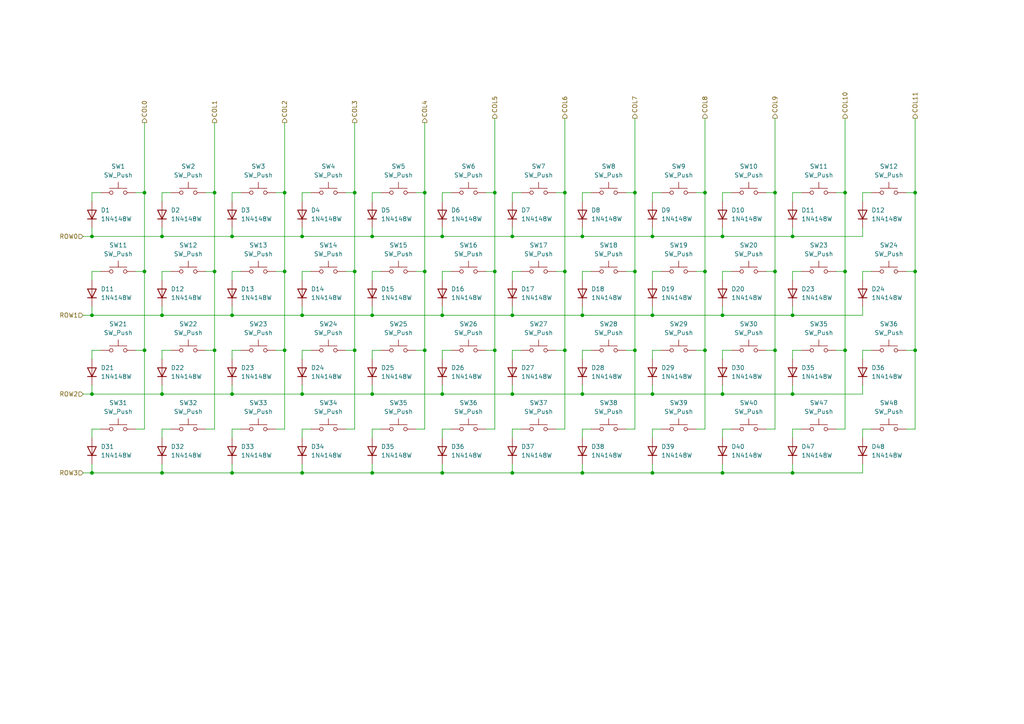
<source format=kicad_sch>
(kicad_sch (version 20231120) (generator "eeschema") (generator_version "8.0")
  (paper "A4")
  (junction (at 189.23 91.44))
  (junction (at 168.91 91.44))
  (junction (at 148.59 137.16))
  (junction (at 163.83 101.6))
  (junction (at 67.31 137.16))
  (junction (at 143.51 101.6))
  (junction (at 168.91 68.58))
  (junction (at 46.99 91.44))
  (junction (at 148.59 68.58))
  (junction (at 148.59 91.44))
  (junction (at 168.91 114.3))
  (junction (at 229.87 91.44))
  (junction (at 229.87 137.16))
  (junction (at 41.91 55.88))
  (junction (at 62.23 55.88))
  (junction (at 184.15 101.6))
  (junction (at 102.87 101.6))
  (junction (at 128.27 137.16))
  (junction (at 46.99 68.58))
  (junction (at 67.31 91.44))
  (junction (at 87.63 137.16))
  (junction (at 184.15 78.74))
  (junction (at 209.55 137.16))
  (junction (at 168.91 137.16))
  (junction (at 204.47 55.88))
  (junction (at 123.19 101.6))
  (junction (at 62.23 101.6))
  (junction (at 209.55 91.44))
  (junction (at 245.11 101.6))
  (junction (at 143.51 78.74))
  (junction (at 189.23 68.58))
  (junction (at 26.67 137.16))
  (junction (at 82.55 55.88))
  (junction (at 67.31 114.3))
  (junction (at 148.59 114.3))
  (junction (at 46.99 114.3))
  (junction (at 229.87 114.3))
  (junction (at 265.43 55.88))
  (junction (at 189.23 114.3))
  (junction (at 128.27 68.58))
  (junction (at 209.55 68.58))
  (junction (at 189.23 137.16))
  (junction (at 143.51 55.88))
  (junction (at 62.23 78.74))
  (junction (at 107.95 114.3))
  (junction (at 102.87 78.74))
  (junction (at 128.27 91.44))
  (junction (at 123.19 78.74))
  (junction (at 209.55 114.3))
  (junction (at 41.91 101.6))
  (junction (at 41.91 78.74))
  (junction (at 87.63 114.3))
  (junction (at 107.95 91.44))
  (junction (at 102.87 55.88))
  (junction (at 163.83 55.88))
  (junction (at 107.95 137.16))
  (junction (at 26.67 114.3))
  (junction (at 265.43 101.6))
  (junction (at 82.55 78.74))
  (junction (at 26.67 91.44))
  (junction (at 224.79 101.6))
  (junction (at 26.67 68.58))
  (junction (at 123.19 55.88))
  (junction (at 265.43 78.74))
  (junction (at 224.79 78.74))
  (junction (at 224.79 55.88))
  (junction (at 87.63 91.44))
  (junction (at 204.47 78.74))
  (junction (at 245.11 78.74))
  (junction (at 87.63 68.58))
  (junction (at 163.83 78.74))
  (junction (at 67.31 68.58))
  (junction (at 82.55 101.6))
  (junction (at 245.11 55.88))
  (junction (at 107.95 68.58))
  (junction (at 204.47 101.6))
  (junction (at 46.99 137.16))
  (junction (at 229.87 68.58))
  (junction (at 128.27 114.3))
  (junction (at 184.15 55.88))
  (wire (pts (xy 128.27 137.16) (xy 148.59 137.16)))
  (wire (pts (xy 107.95 55.88) (xy 107.95 58.42)))
  (wire (pts (xy 191.77 78.74) (xy 189.23 78.74)))
  (wire (pts (xy 82.55 101.6) (xy 82.55 78.74)))
  (wire (pts (xy 189.23 68.58) (xy 209.55 68.58)))
  (wire (pts (xy 39.37 55.88) (xy 41.91 55.88)))
  (wire (pts (xy 82.55 35.56) (xy 82.55 55.88)))
  (wire (pts (xy 161.29 55.88) (xy 163.83 55.88)))
  (wire (pts (xy 229.87 137.16) (xy 229.87 134.62)))
  (wire (pts (xy 49.53 101.6) (xy 46.99 101.6)))
  (wire (pts (xy 87.63 91.44) (xy 107.95 91.44)))
  (wire (pts (xy 212.09 78.74) (xy 209.55 78.74)))
  (wire (pts (xy 26.67 55.88) (xy 26.67 58.42)))
  (wire (pts (xy 110.49 78.74) (xy 107.95 78.74)))
  (wire (pts (xy 46.99 101.6) (xy 46.99 104.14)))
  (wire (pts (xy 229.87 114.3) (xy 250.19 114.3)))
  (wire (pts (xy 130.81 101.6) (xy 128.27 101.6)))
  (wire (pts (xy 242.57 101.6) (xy 245.11 101.6)))
  (wire (pts (xy 67.31 78.74) (xy 67.31 81.28)))
  (wire (pts (xy 209.55 91.44) (xy 229.87 91.44)))
  (wire (pts (xy 123.19 78.74) (xy 123.19 55.88)))
  (wire (pts (xy 67.31 91.44) (xy 87.63 91.44)))
  (wire (pts (xy 46.99 78.74) (xy 46.99 81.28)))
  (wire (pts (xy 250.19 101.6) (xy 250.19 104.14)))
  (wire (pts (xy 168.91 55.88) (xy 168.91 58.42)))
  (wire (pts (xy 262.89 55.88) (xy 265.43 55.88)))
  (wire (pts (xy 67.31 114.3) (xy 87.63 114.3)))
  (wire (pts (xy 41.91 78.74) (xy 41.91 101.6)))
  (wire (pts (xy 107.95 91.44) (xy 128.27 91.44)))
  (wire (pts (xy 90.17 78.74) (xy 87.63 78.74)))
  (wire (pts (xy 107.95 91.44) (xy 107.95 88.9)))
  (wire (pts (xy 250.19 124.46) (xy 250.19 127)))
  (wire (pts (xy 26.67 111.76) (xy 26.67 114.3)))
  (wire (pts (xy 49.53 78.74) (xy 46.99 78.74)))
  (wire (pts (xy 87.63 137.16) (xy 107.95 137.16)))
  (wire (pts (xy 100.33 78.74) (xy 102.87 78.74)))
  (wire (pts (xy 107.95 78.74) (xy 107.95 81.28)))
  (wire (pts (xy 140.97 101.6) (xy 143.51 101.6)))
  (wire (pts (xy 181.61 101.6) (xy 184.15 101.6)))
  (wire (pts (xy 181.61 124.46) (xy 184.15 124.46)))
  (wire (pts (xy 90.17 124.46) (xy 87.63 124.46)))
  (wire (pts (xy 46.99 68.58) (xy 67.31 68.58)))
  (wire (pts (xy 130.81 55.88) (xy 128.27 55.88)))
  (wire (pts (xy 29.21 55.88) (xy 26.67 55.88)))
  (wire (pts (xy 171.45 55.88) (xy 168.91 55.88)))
  (wire (pts (xy 222.25 124.46) (xy 224.79 124.46)))
  (wire (pts (xy 26.67 134.62) (xy 26.67 137.16)))
  (wire (pts (xy 250.19 137.16) (xy 250.19 134.62)))
  (wire (pts (xy 209.55 68.58) (xy 229.87 68.58)))
  (wire (pts (xy 143.51 55.88) (xy 143.51 78.74)))
  (wire (pts (xy 80.01 101.6) (xy 82.55 101.6)))
  (wire (pts (xy 67.31 124.46) (xy 67.31 127)))
  (wire (pts (xy 110.49 55.88) (xy 107.95 55.88)))
  (wire (pts (xy 46.99 91.44) (xy 46.99 88.9)))
  (wire (pts (xy 128.27 124.46) (xy 128.27 127)))
  (wire (pts (xy 148.59 137.16) (xy 148.59 134.62)))
  (wire (pts (xy 26.67 88.9) (xy 26.67 91.44)))
  (wire (pts (xy 87.63 101.6) (xy 87.63 104.14)))
  (wire (pts (xy 87.63 78.74) (xy 87.63 81.28)))
  (wire (pts (xy 102.87 124.46) (xy 102.87 101.6)))
  (wire (pts (xy 102.87 78.74) (xy 102.87 55.88)))
  (wire (pts (xy 189.23 124.46) (xy 189.23 127)))
  (wire (pts (xy 262.89 78.74) (xy 265.43 78.74)))
  (wire (pts (xy 191.77 101.6) (xy 189.23 101.6)))
  (wire (pts (xy 212.09 101.6) (xy 209.55 101.6)))
  (wire (pts (xy 245.11 78.74) (xy 245.11 101.6)))
  (wire (pts (xy 168.91 114.3) (xy 189.23 114.3)))
  (wire (pts (xy 67.31 137.16) (xy 67.31 134.62)))
  (wire (pts (xy 168.91 91.44) (xy 168.91 88.9)))
  (wire (pts (xy 49.53 124.46) (xy 46.99 124.46)))
  (wire (pts (xy 201.93 101.6) (xy 204.47 101.6)))
  (wire (pts (xy 209.55 114.3) (xy 229.87 114.3)))
  (wire (pts (xy 163.83 124.46) (xy 163.83 101.6)))
  (wire (pts (xy 209.55 124.46) (xy 209.55 127)))
  (wire (pts (xy 168.91 91.44) (xy 189.23 91.44)))
  (wire (pts (xy 87.63 114.3) (xy 107.95 114.3)))
  (wire (pts (xy 201.93 124.46) (xy 204.47 124.46)))
  (wire (pts (xy 143.51 124.46) (xy 143.51 101.6)))
  (wire (pts (xy 39.37 78.74) (xy 41.91 78.74)))
  (wire (pts (xy 46.99 114.3) (xy 46.99 111.76)))
  (wire (pts (xy 232.41 124.46) (xy 229.87 124.46)))
  (wire (pts (xy 184.15 124.46) (xy 184.15 101.6)))
  (wire (pts (xy 189.23 91.44) (xy 189.23 88.9)))
  (wire (pts (xy 41.91 35.56) (xy 41.91 55.88)))
  (wire (pts (xy 46.99 137.16) (xy 46.99 134.62)))
  (wire (pts (xy 209.55 101.6) (xy 209.55 104.14)))
  (wire (pts (xy 46.99 114.3) (xy 67.31 114.3)))
  (wire (pts (xy 100.33 124.46) (xy 102.87 124.46)))
  (wire (pts (xy 120.65 124.46) (xy 123.19 124.46)))
  (wire (pts (xy 229.87 114.3) (xy 229.87 111.76)))
  (wire (pts (xy 82.55 124.46) (xy 82.55 101.6)))
  (wire (pts (xy 189.23 55.88) (xy 189.23 58.42)))
  (wire (pts (xy 82.55 55.88) (xy 80.01 55.88)))
  (wire (pts (xy 120.65 78.74) (xy 123.19 78.74)))
  (wire (pts (xy 46.99 124.46) (xy 46.99 127)))
  (wire (pts (xy 128.27 91.44) (xy 148.59 91.44)))
  (wire (pts (xy 184.15 101.6) (xy 184.15 78.74)))
  (wire (pts (xy 189.23 91.44) (xy 209.55 91.44)))
  (wire (pts (xy 24.13 91.44) (xy 26.67 91.44)))
  (wire (pts (xy 168.91 124.46) (xy 168.91 127)))
  (wire (pts (xy 100.33 55.88) (xy 102.87 55.88)))
  (wire (pts (xy 46.99 137.16) (xy 67.31 137.16)))
  (wire (pts (xy 24.13 114.3) (xy 26.67 114.3)))
  (wire (pts (xy 148.59 101.6) (xy 148.59 104.14)))
  (wire (pts (xy 171.45 78.74) (xy 168.91 78.74)))
  (wire (pts (xy 168.91 78.74) (xy 168.91 81.28)))
  (wire (pts (xy 209.55 68.58) (xy 209.55 66.04)))
  (wire (pts (xy 128.27 101.6) (xy 128.27 104.14)))
  (wire (pts (xy 148.59 78.74) (xy 148.59 81.28)))
  (wire (pts (xy 87.63 91.44) (xy 87.63 88.9)))
  (wire (pts (xy 107.95 137.16) (xy 128.27 137.16)))
  (wire (pts (xy 229.87 137.16) (xy 250.19 137.16)))
  (wire (pts (xy 29.21 78.74) (xy 26.67 78.74)))
  (wire (pts (xy 262.89 101.6) (xy 265.43 101.6)))
  (wire (pts (xy 204.47 101.6) (xy 204.47 78.74)))
  (wire (pts (xy 140.97 78.74) (xy 143.51 78.74)))
  (wire (pts (xy 222.25 78.74) (xy 224.79 78.74)))
  (wire (pts (xy 204.47 78.74) (xy 204.47 55.88)))
  (wire (pts (xy 128.27 137.16) (xy 128.27 134.62)))
  (wire (pts (xy 107.95 101.6) (xy 107.95 104.14)))
  (wire (pts (xy 242.57 55.88) (xy 245.11 55.88)))
  (wire (pts (xy 67.31 91.44) (xy 67.31 88.9)))
  (wire (pts (xy 201.93 78.74) (xy 204.47 78.74)))
  (wire (pts (xy 201.93 55.88) (xy 204.47 55.88)))
  (wire (pts (xy 204.47 34.29) (xy 204.47 55.88)))
  (wire (pts (xy 143.51 101.6) (xy 143.51 78.74)))
  (wire (pts (xy 41.91 55.88) (xy 41.91 78.74)))
  (wire (pts (xy 181.61 78.74) (xy 184.15 78.74)))
  (wire (pts (xy 26.67 124.46) (xy 26.67 127)))
  (wire (pts (xy 151.13 124.46) (xy 148.59 124.46)))
  (wire (pts (xy 229.87 91.44) (xy 229.87 88.9)))
  (wire (pts (xy 87.63 114.3) (xy 87.63 111.76)))
  (wire (pts (xy 229.87 124.46) (xy 229.87 127)))
  (wire (pts (xy 168.91 137.16) (xy 168.91 134.62)))
  (wire (pts (xy 102.87 35.56) (xy 102.87 55.88)))
  (wire (pts (xy 222.25 55.88) (xy 224.79 55.88)))
  (wire (pts (xy 189.23 114.3) (xy 189.23 111.76)))
  (wire (pts (xy 189.23 101.6) (xy 189.23 104.14)))
  (wire (pts (xy 252.73 124.46) (xy 250.19 124.46)))
  (wire (pts (xy 110.49 124.46) (xy 107.95 124.46)))
  (wire (pts (xy 80.01 124.46) (xy 82.55 124.46)))
  (wire (pts (xy 24.13 137.16) (xy 26.67 137.16)))
  (wire (pts (xy 184.15 34.29) (xy 184.15 55.88)))
  (wire (pts (xy 163.83 78.74) (xy 163.83 55.88)))
  (wire (pts (xy 26.67 91.44) (xy 46.99 91.44)))
  (wire (pts (xy 189.23 137.16) (xy 189.23 134.62)))
  (wire (pts (xy 245.11 55.88) (xy 245.11 78.74)))
  (wire (pts (xy 49.53 55.88) (xy 46.99 55.88)))
  (wire (pts (xy 69.85 55.88) (xy 67.31 55.88)))
  (wire (pts (xy 46.99 55.88) (xy 46.99 58.42)))
  (wire (pts (xy 29.21 101.6) (xy 26.67 101.6)))
  (wire (pts (xy 26.67 137.16) (xy 46.99 137.16)))
  (wire (pts (xy 191.77 55.88) (xy 189.23 55.88)))
  (wire (pts (xy 67.31 68.58) (xy 87.63 68.58)))
  (wire (pts (xy 161.29 78.74) (xy 163.83 78.74)))
  (wire (pts (xy 26.67 78.74) (xy 26.67 81.28)))
  (wire (pts (xy 26.67 66.04) (xy 26.67 68.58)))
  (wire (pts (xy 250.19 55.88) (xy 250.19 58.42)))
  (wire (pts (xy 130.81 124.46) (xy 128.27 124.46)))
  (wire (pts (xy 168.91 114.3) (xy 168.91 111.76)))
  (wire (pts (xy 209.55 137.16) (xy 229.87 137.16)))
  (wire (pts (xy 189.23 137.16) (xy 209.55 137.16)))
  (wire (pts (xy 123.19 35.56) (xy 123.19 55.88)))
  (wire (pts (xy 191.77 124.46) (xy 189.23 124.46)))
  (wire (pts (xy 229.87 101.6) (xy 229.87 104.14)))
  (wire (pts (xy 62.23 35.56) (xy 62.23 55.88)))
  (wire (pts (xy 224.79 124.46) (xy 224.79 101.6)))
  (wire (pts (xy 229.87 78.74) (xy 229.87 81.28)))
  (wire (pts (xy 163.83 34.29) (xy 163.83 55.88)))
  (wire (pts (xy 148.59 114.3) (xy 168.91 114.3)))
  (wire (pts (xy 130.81 78.74) (xy 128.27 78.74)))
  (wire (pts (xy 26.67 68.58) (xy 46.99 68.58)))
  (wire (pts (xy 59.69 124.46) (xy 62.23 124.46)))
  (wire (pts (xy 41.91 124.46) (xy 39.37 124.46)))
  (wire (pts (xy 224.79 78.74) (xy 224.79 55.88)))
  (wire (pts (xy 204.47 124.46) (xy 204.47 101.6)))
  (wire (pts (xy 140.97 55.88) (xy 143.51 55.88)))
  (wire (pts (xy 242.57 124.46) (xy 245.11 124.46)))
  (wire (pts (xy 148.59 68.58) (xy 168.91 68.58)))
  (wire (pts (xy 107.95 137.16) (xy 107.95 134.62)))
  (wire (pts (xy 29.21 124.46) (xy 26.67 124.46)))
  (wire (pts (xy 151.13 55.88) (xy 148.59 55.88)))
  (wire (pts (xy 69.85 78.74) (xy 67.31 78.74)))
  (wire (pts (xy 128.27 55.88) (xy 128.27 58.42)))
  (wire (pts (xy 41.91 101.6) (xy 41.91 124.46)))
  (wire (pts (xy 46.99 91.44) (xy 67.31 91.44)))
  (wire (pts (xy 39.37 101.6) (xy 41.91 101.6)))
  (wire (pts (xy 128.27 68.58) (xy 128.27 66.04)))
  (wire (pts (xy 232.41 101.6) (xy 229.87 101.6)))
  (wire (pts (xy 252.73 78.74) (xy 250.19 78.74)))
  (wire (pts (xy 229.87 55.88) (xy 229.87 58.42)))
  (wire (pts (xy 67.31 55.88) (xy 67.31 58.42)))
  (wire (pts (xy 189.23 68.58) (xy 189.23 66.04)))
  (wire (pts (xy 69.85 124.46) (xy 67.31 124.46)))
  (wire (pts (xy 24.13 68.58) (xy 26.67 68.58)))
  (wire (pts (xy 87.63 55.88) (xy 87.63 58.42)))
  (wire (pts (xy 212.09 124.46) (xy 209.55 124.46)))
  (wire (pts (xy 163.83 101.6) (xy 163.83 78.74)))
  (wire (pts (xy 181.61 55.88) (xy 184.15 55.88)))
  (wire (pts (xy 80.01 78.74) (xy 82.55 78.74)))
  (wire (pts (xy 232.41 78.74) (xy 229.87 78.74)))
  (wire (pts (xy 245.11 34.29) (xy 245.11 55.88)))
  (wire (pts (xy 171.45 101.6) (xy 168.91 101.6)))
  (wire (pts (xy 184.15 78.74) (xy 184.15 55.88)))
  (wire (pts (xy 59.69 78.74) (xy 62.23 78.74)))
  (wire (pts (xy 62.23 101.6) (xy 62.23 124.46)))
  (wire (pts (xy 90.17 101.6) (xy 87.63 101.6)))
  (wire (pts (xy 140.97 124.46) (xy 143.51 124.46)))
  (wire (pts (xy 224.79 34.29) (xy 224.79 55.88)))
  (wire (pts (xy 212.09 55.88) (xy 209.55 55.88)))
  (wire (pts (xy 100.33 101.6) (xy 102.87 101.6)))
  (wire (pts (xy 250.19 114.3) (xy 250.19 111.76)))
  (wire (pts (xy 209.55 55.88) (xy 209.55 58.42)))
  (wire (pts (xy 168.91 137.16) (xy 189.23 137.16)))
  (wire (pts (xy 252.73 55.88) (xy 250.19 55.88)))
  (wire (pts (xy 265.43 34.29) (xy 265.43 55.88)))
  (wire (pts (xy 62.23 78.74) (xy 62.23 101.6)))
  (wire (pts (xy 252.73 101.6) (xy 250.19 101.6)))
  (wire (pts (xy 120.65 101.6) (xy 123.19 101.6)))
  (wire (pts (xy 59.69 101.6) (xy 62.23 101.6)))
  (wire (pts (xy 128.27 68.58) (xy 148.59 68.58)))
  (wire (pts (xy 128.27 78.74) (xy 128.27 81.28)))
  (wire (pts (xy 87.63 68.58) (xy 87.63 66.04)))
  (wire (pts (xy 148.59 137.16) (xy 168.91 137.16)))
  (wire (pts (xy 209.55 91.44) (xy 209.55 88.9)))
  (wire (pts (xy 67.31 68.58) (xy 67.31 66.04)))
  (wire (pts (xy 148.59 91.44) (xy 148.59 88.9)))
  (wire (pts (xy 120.65 55.88) (xy 123.19 55.88)))
  (wire (pts (xy 265.43 55.88) (xy 265.43 78.74)))
  (wire (pts (xy 67.31 101.6) (xy 67.31 104.14)))
  (wire (pts (xy 161.29 101.6) (xy 163.83 101.6)))
  (wire (pts (xy 110.49 101.6) (xy 107.95 101.6)))
  (wire (pts (xy 26.67 101.6) (xy 26.67 104.14)))
  (wire (pts (xy 143.51 34.29) (xy 143.51 55.88)))
  (wire (pts (xy 262.89 124.46) (xy 265.43 124.46)))
  (wire (pts (xy 229.87 91.44) (xy 250.19 91.44)))
  (wire (pts (xy 82.55 78.74) (xy 82.55 55.88)))
  (wire (pts (xy 128.27 114.3) (xy 148.59 114.3)))
  (wire (pts (xy 229.87 68.58) (xy 250.19 68.58)))
  (wire (pts (xy 250.19 68.58) (xy 250.19 66.04)))
  (wire (pts (xy 123.19 101.6) (xy 123.19 78.74)))
  (wire (pts (xy 168.91 68.58) (xy 189.23 68.58)))
  (wire (pts (xy 62.23 55.88) (xy 62.23 78.74)))
  (wire (pts (xy 209.55 114.3) (xy 209.55 111.76)))
  (wire (pts (xy 209.55 137.16) (xy 209.55 134.62)))
  (wire (pts (xy 107.95 68.58) (xy 107.95 66.04)))
  (wire (pts (xy 250.19 78.74) (xy 250.19 81.28)))
  (wire (pts (xy 265.43 78.74) (xy 265.43 101.6)))
  (wire (pts (xy 209.55 78.74) (xy 209.55 81.28)))
  (wire (pts (xy 128.27 114.3) (xy 128.27 111.76)))
  (wire (pts (xy 189.23 78.74) (xy 189.23 81.28)))
  (wire (pts (xy 242.57 78.74) (xy 245.11 78.74)))
  (wire (pts (xy 232.41 55.88) (xy 229.87 55.88)))
  (wire (pts (xy 148.59 91.44) (xy 168.91 91.44)))
  (wire (pts (xy 168.91 68.58) (xy 168.91 66.04)))
  (wire (pts (xy 148.59 114.3) (xy 148.59 111.76)))
  (wire (pts (xy 107.95 68.58) (xy 128.27 68.58)))
  (wire (pts (xy 107.95 114.3) (xy 128.27 114.3)))
  (wire (pts (xy 128.27 91.44) (xy 128.27 88.9)))
  (wire (pts (xy 90.17 55.88) (xy 87.63 55.88)))
  (wire (pts (xy 148.59 124.46) (xy 148.59 127)))
  (wire (pts (xy 46.99 68.58) (xy 46.99 66.04)))
  (wire (pts (xy 151.13 78.74) (xy 148.59 78.74)))
  (wire (pts (xy 67.31 114.3) (xy 67.31 111.76)))
  (wire (pts (xy 87.63 68.58) (xy 107.95 68.58)))
  (wire (pts (xy 26.67 114.3) (xy 46.99 114.3)))
  (wire (pts (xy 171.45 124.46) (xy 168.91 124.46)))
  (wire (pts (xy 168.91 101.6) (xy 168.91 104.14)))
  (wire (pts (xy 250.19 91.44) (xy 250.19 88.9)))
  (wire (pts (xy 87.63 124.46) (xy 87.63 127)))
  (wire (pts (xy 123.19 101.6) (xy 123.19 124.46)))
  (wire (pts (xy 224.79 78.74) (xy 224.79 101.6)))
  (wire (pts (xy 148.59 55.88) (xy 148.59 58.42)))
  (wire (pts (xy 87.63 137.16) (xy 87.63 134.62)))
  (wire (pts (xy 59.69 55.88) (xy 62.23 55.88)))
  (wire (pts (xy 107.95 124.46) (xy 107.95 127)))
  (wire (pts (xy 69.85 101.6) (xy 67.31 101.6)))
  (wire (pts (xy 107.95 114.3) (xy 107.95 111.76)))
  (wire (pts (xy 265.43 101.6) (xy 265.43 124.46)))
  (wire (pts (xy 151.13 101.6) (xy 148.59 101.6)))
  (wire (pts (xy 245.11 101.6) (xy 245.11 124.46)))
  (wire (pts (xy 229.87 68.58) (xy 229.87 66.04)))
  (wire (pts (xy 222.25 101.6) (xy 224.79 101.6)))
  (wire (pts (xy 161.29 124.46) (xy 163.83 124.46)))
  (wire (pts (xy 148.59 68.58) (xy 148.59 66.04)))
  (wire (pts (xy 189.23 114.3) (xy 209.55 114.3)))
  (wire (pts (xy 67.31 137.16) (xy 87.63 137.16)))
  (wire (pts (xy 102.87 101.6) (xy 102.87 78.74)))
  (hierarchical_label "COL9" (shape output) (at 224.79 34.29 90))
  (hierarchical_label "COL11" (shape output) (at 265.43 34.29 90))
  (hierarchical_label "ROW3" (shape input) (at 24.13 137.16 180))
  (hierarchical_label "ROW2" (shape input) (at 24.13 114.3 180))
  (hierarchical_label "COL4" (shape output) (at 123.19 35.56 90))
  (hierarchical_label "COL2" (shape output) (at 82.55 35.56 90))
  (hierarchical_label "COL7" (shape output) (at 184.15 34.29 90))
  (hierarchical_label "COL1" (shape output) (at 62.23 35.56 90))
  (hierarchical_label "COL10" (shape output) (at 245.11 34.29 90))
  (hierarchical_label "ROW0" (shape input) (at 24.13 68.58 180))
  (hierarchical_label "COL8" (shape output) (at 204.47 34.29 90))
  (hierarchical_label "COL6" (shape output) (at 163.83 34.29 90))
  (hierarchical_label "COL5" (shape output) (at 143.51 34.29 90))
  (hierarchical_label "COL3" (shape output) (at 102.87 35.56 90))
  (hierarchical_label "COL0" (shape output) (at 41.91 35.56 90))
  (hierarchical_label "ROW1" (shape input) (at 24.13 91.44 180))
  (symbol (lib_id "Switch:SW_Push") (at 34.29 101.6 0) (unit 1)
    (property "Reference" "SW21" (at 34.29 93.98 0))
    (property "Value" "SW_Push" (at 34.29 96.52 0))
    (property "Footprint" "my_keyswitch:SW_Hotswap_Kailh_Choc_V1V2" (effects (hide yes)))
    (instances (project "choc-keyboard" (path "" (reference "SW21") (unit 1))) (project "mini48-keyboard_v2_p17" (path "" (reference "SW25") (unit 1))))
  )
  (symbol (lib_id "Switch:SW_Push") (at 95.25 55.88 0) (unit 1)
    (property "Reference" "SW4" (at 95.25 48.26 0))
    (property "Value" "SW_Push" (at 95.25 50.8 0))
    (property "Footprint" "my_keyswitch:SW_Hotswap_Kailh_Choc_V1V2" (effects (hide yes)))
  )
  (symbol (lib_id "Diode:1N4148W") (at 67.31 107.95 90) (unit 1)
    (property "Reference" "D23" (at 69.85 106.68 90) (effects (justify right)))
    (property "Value" "1N4148W" (at 69.85 109.22 90) (effects (justify right)))
    (property "Footprint" "Diode_SMD:D_SOD-123" (effects (hide yes)))
    (property "Datasheet" "https://www.vishay.com/docs/85748/1n4148w.pdf" (effects (hide yes)))
    (property "Sim.Device" "D" (effects (hide yes)))
    (property "Sim.Pins" "1=K 2=A" (effects (hide yes)))
    (instances (project "choc-keyboard" (path "" (reference "D23") (unit 1))) (project "mini48-keyboard_v2_p17" (path "" (reference "D27") (unit 1))))
  )
  (symbol (lib_id "Switch:SW_Push") (at 176.53 124.46 0) (unit 1)
    (property "Reference" "SW38" (at 176.53 116.84 0))
    (property "Value" "SW_Push" (at 176.53 119.38 0))
    (property "Footprint" "my_keyswitch:SW_Hotswap_Kailh_Choc_V1V2" (effects (hide yes)))
    (instances (project "choc-keyboard" (path "" (reference "SW38") (unit 1))) (project "mini48-keyboard_v2_p17" (path "" (reference "SW44") (unit 1))))
  )
  (symbol (lib_id "Switch:SW_Push") (at 54.61 124.46 0) (unit 1)
    (property "Reference" "SW32" (at 54.61 116.84 0))
    (property "Value" "SW_Push" (at 54.61 119.38 0))
    (property "Footprint" "my_keyswitch:SW_Hotswap_Kailh_Choc_V1V2" (effects (hide yes)))
    (instances (project "choc-keyboard" (path "" (reference "SW32") (unit 1))) (project "mini48-keyboard_v2_p17" (path "" (reference "SW38") (unit 1))))
  )
  (symbol (lib_id "Switch:SW_Push") (at 176.53 101.6 0) (unit 1)
    (property "Reference" "SW28" (at 176.53 93.98 0))
    (property "Value" "SW_Push" (at 176.53 96.52 0))
    (property "Footprint" "my_keyswitch:SW_Hotswap_Kailh_Choc_V1V2" (effects (hide yes)))
    (instances (project "choc-keyboard" (path "" (reference "SW28") (unit 1))) (project "mini48-keyboard_v2_p17" (path "" (reference "SW32") (unit 1))))
  )
  (symbol (lib_id "Switch:SW_Push") (at 156.21 101.6 0) (unit 1)
    (property "Reference" "SW27" (at 156.21 93.98 0))
    (property "Value" "SW_Push" (at 156.21 96.52 0))
    (property "Footprint" "my_keyswitch:SW_Hotswap_Kailh_Choc_V1V2" (effects (hide yes)))
    (instances (project "choc-keyboard" (path "" (reference "SW27") (unit 1))) (project "mini48-keyboard_v2_p17" (path "" (reference "SW31") (unit 1))))
  )
  (symbol (lib_id "Switch:SW_Push") (at 176.53 78.74 0) (unit 1)
    (property "Reference" "SW18" (at 176.53 71.12 0))
    (property "Value" "SW_Push" (at 176.53 73.66 0))
    (property "Footprint" "my_keyswitch:SW_Hotswap_Kailh_Choc_V1V2" (effects (hide yes)))
    (instances (project "choc-keyboard" (path "" (reference "SW18") (unit 1))) (project "mini48-keyboard_v2_p17" (path "" (reference "SW20") (unit 1))))
  )
  (symbol (lib_id "Switch:SW_Push") (at 237.49 124.46 0) (unit 1)
    (property "Reference" "SW47" (at 237.49 116.84 0))
    (property "Value" "SW_Push" (at 237.49 119.38 0))
    (property "Footprint" "my_keyswitch:SW_Hotswap_Kailh_Choc_V1V2" (effects (hide yes)))
  )
  (symbol (lib_id "Diode:1N4148W") (at 46.99 85.09 90) (unit 1)
    (property "Reference" "D12" (at 49.53 83.82 90) (effects (justify right)))
    (property "Value" "1N4148W" (at 49.53 86.36 90) (effects (justify right)))
    (property "Footprint" "Diode_SMD:D_SOD-123" (effects (hide yes)))
    (property "Datasheet" "https://www.vishay.com/docs/85748/1n4148w.pdf" (effects (hide yes)))
    (property "Sim.Device" "D" (effects (hide yes)))
    (property "Sim.Pins" "1=K 2=A" (effects (hide yes)))
    (instances (project "choc-keyboard" (path "" (reference "D12") (unit 1))) (project "mini48-keyboard_v2_p17" (path "" (reference "D14") (unit 1))))
  )
  (symbol (lib_id "Switch:SW_Push") (at 74.93 55.88 0) (unit 1)
    (property "Reference" "SW3" (at 74.93 48.26 0))
    (property "Value" "SW_Push" (at 74.93 50.8 0))
    (property "Footprint" "my_keyswitch:SW_Hotswap_Kailh_Choc_V1V2" (effects (hide yes)))
  )
  (symbol (lib_id "Diode:1N4148W") (at 189.23 62.23 90) (unit 1)
    (property "Reference" "D9" (at 191.77 60.96 90) (effects (justify right)))
    (property "Value" "1N4148W" (at 191.77 63.5 90) (effects (justify right)))
    (property "Footprint" "Diode_SMD:D_SOD-123" (effects (hide yes)))
    (property "Datasheet" "https://www.vishay.com/docs/85748/1n4148w.pdf" (effects (hide yes)))
    (property "Sim.Device" "D" (effects (hide yes)))
    (property "Sim.Pins" "1=K 2=A" (effects (hide yes)))
  )
  (symbol (lib_id "Diode:1N4148W") (at 87.63 85.09 90) (unit 1)
    (property "Reference" "D14" (at 90.17 83.82 90) (effects (justify right)))
    (property "Value" "1N4148W" (at 90.17 86.36 90) (effects (justify right)))
    (property "Footprint" "Diode_SMD:D_SOD-123" (effects (hide yes)))
    (property "Datasheet" "https://www.vishay.com/docs/85748/1n4148w.pdf" (effects (hide yes)))
    (property "Sim.Device" "D" (effects (hide yes)))
    (property "Sim.Pins" "1=K 2=A" (effects (hide yes)))
    (instances (project "choc-keyboard" (path "" (reference "D14") (unit 1))) (project "mini48-keyboard_v2_p17" (path "" (reference "D16") (unit 1))))
  )
  (symbol (lib_id "Switch:SW_Push") (at 156.21 124.46 0) (unit 1)
    (property "Reference" "SW37" (at 156.21 116.84 0))
    (property "Value" "SW_Push" (at 156.21 119.38 0))
    (property "Footprint" "my_keyswitch:SW_Hotswap_Kailh_Choc_V1V2" (effects (hide yes)))
    (instances (project "choc-keyboard" (path "" (reference "SW37") (unit 1))) (project "mini48-keyboard_v2_p17" (path "" (reference "SW43") (unit 1))))
  )
  (symbol (lib_id "Diode:1N4148W") (at 168.91 107.95 90) (unit 1)
    (property "Reference" "D28" (at 171.45 106.68 90) (effects (justify right)))
    (property "Value" "1N4148W" (at 171.45 109.22 90) (effects (justify right)))
    (property "Footprint" "Diode_SMD:D_SOD-123" (effects (hide yes)))
    (property "Datasheet" "https://www.vishay.com/docs/85748/1n4148w.pdf" (effects (hide yes)))
    (property "Sim.Device" "D" (effects (hide yes)))
    (property "Sim.Pins" "1=K 2=A" (effects (hide yes)))
    (instances (project "choc-keyboard" (path "" (reference "D28") (unit 1))) (project "mini48-keyboard_v2_p17" (path "" (reference "D32") (unit 1))))
  )
  (symbol (lib_id "Switch:SW_Push") (at 74.93 124.46 0) (unit 1)
    (property "Reference" "SW33" (at 74.93 116.84 0))
    (property "Value" "SW_Push" (at 74.93 119.38 0))
    (property "Footprint" "my_keyswitch:SW_Hotswap_Kailh_Choc_V1V2" (effects (hide yes)))
    (instances (project "choc-keyboard" (path "" (reference "SW33") (unit 1))) (project "mini48-keyboard_v2_p17" (path "" (reference "SW39") (unit 1))))
  )
  (symbol (lib_id "Diode:1N4148W") (at 128.27 85.09 90) (unit 1)
    (property "Reference" "D16" (at 130.81 83.82 90) (effects (justify right)))
    (property "Value" "1N4148W" (at 130.81 86.36 90) (effects (justify right)))
    (property "Footprint" "Diode_SMD:D_SOD-123" (effects (hide yes)))
    (property "Datasheet" "https://www.vishay.com/docs/85748/1n4148w.pdf" (effects (hide yes)))
    (property "Sim.Device" "D" (effects (hide yes)))
    (property "Sim.Pins" "1=K 2=A" (effects (hide yes)))
    (instances (project "choc-keyboard" (path "" (reference "D16") (unit 1))) (project "mini48-keyboard_v2_p17" (path "" (reference "D18") (unit 1))))
  )
  (symbol (lib_id "Switch:SW_Push") (at 34.29 124.46 0) (unit 1)
    (property "Reference" "SW31" (at 34.29 116.84 0))
    (property "Value" "SW_Push" (at 34.29 119.38 0))
    (property "Footprint" "my_keyswitch:SW_Hotswap_Kailh_Choc_V1V2" (effects (hide yes)))
    (instances (project "choc-keyboard" (path "" (reference "SW31") (unit 1))) (project "mini48-keyboard_v2_p17" (path "" (reference "SW37") (unit 1))))
  )
  (symbol (lib_id "Diode:1N4148W") (at 26.67 107.95 90) (unit 1)
    (property "Reference" "D21" (at 29.21 106.68 90) (effects (justify right)))
    (property "Value" "1N4148W" (at 29.21 109.22 90) (effects (justify right)))
    (property "Footprint" "Diode_SMD:D_SOD-123" (effects (hide yes)))
    (property "Datasheet" "https://www.vishay.com/docs/85748/1n4148w.pdf" (effects (hide yes)))
    (property "Sim.Device" "D" (effects (hide yes)))
    (property "Sim.Pins" "1=K 2=A" (effects (hide yes)))
    (instances (project "choc-keyboard" (path "" (reference "D21") (unit 1))) (project "mini48-keyboard_v2_p17" (path "" (reference "D25") (unit 1))))
  )
  (symbol (lib_id "Switch:SW_Push") (at 54.61 101.6 0) (unit 1)
    (property "Reference" "SW22" (at 54.61 93.98 0))
    (property "Value" "SW_Push" (at 54.61 96.52 0))
    (property "Footprint" "my_keyswitch:SW_Hotswap_Kailh_Choc_V1V2" (effects (hide yes)))
    (instances (project "choc-keyboard" (path "" (reference "SW22") (unit 1))) (project "mini48-keyboard_v2_p17" (path "" (reference "SW26") (unit 1))))
  )
  (symbol (lib_id "Switch:SW_Push") (at 95.25 124.46 0) (unit 1)
    (property "Reference" "SW34" (at 95.25 116.84 0))
    (property "Value" "SW_Push" (at 95.25 119.38 0))
    (property "Footprint" "my_keyswitch:SW_Hotswap_Kailh_Choc_V1V2" (effects (hide yes)))
    (instances (project "choc-keyboard" (path "" (reference "SW34") (unit 1))) (project "mini48-keyboard_v2_p17" (path "" (reference "SW40") (unit 1))))
  )
  (symbol (lib_id "Switch:SW_Push") (at 156.21 55.88 0) (unit 1)
    (property "Reference" "SW7" (at 156.21 48.26 0))
    (property "Value" "SW_Push" (at 156.21 50.8 0))
    (property "Footprint" "my_keyswitch:SW_Hotswap_Kailh_Choc_V1V2" (effects (hide yes)))
  )
  (symbol (lib_id "Switch:SW_Push") (at 54.61 55.88 0) (unit 1)
    (property "Reference" "SW2" (at 54.61 48.26 0))
    (property "Value" "SW_Push" (at 54.61 50.8 0))
    (property "Footprint" "my_keyswitch:SW_Hotswap_Kailh_Choc_V1V2" (effects (hide yes)))
  )
  (symbol (lib_id "Diode:1N4148W") (at 229.87 107.95 90) (unit 1)
    (property "Reference" "D35" (at 232.41 106.68 90) (effects (justify right)))
    (property "Value" "1N4148W" (at 232.41 109.22 90) (effects (justify right)))
    (property "Footprint" "Diode_SMD:D_SOD-123" (effects (hide yes)))
    (property "Datasheet" "https://www.vishay.com/docs/85748/1n4148w.pdf" (effects (hide yes)))
    (property "Sim.Device" "D" (effects (hide yes)))
    (property "Sim.Pins" "1=K 2=A" (effects (hide yes)))
  )
  (symbol (lib_id "Switch:SW_Push") (at 237.49 55.88 0) (unit 1)
    (property "Reference" "SW11" (at 237.49 48.26 0))
    (property "Value" "SW_Push" (at 237.49 50.8 0))
    (property "Footprint" "my_keyswitch:SW_Hotswap_Kailh_Choc_V1V2" (effects (hide yes)))
  )
  (symbol (lib_id "Diode:1N4148W") (at 148.59 62.23 90) (unit 1)
    (property "Reference" "D7" (at 151.13 60.96 90) (effects (justify right)))
    (property "Value" "1N4148W" (at 151.13 63.5 90) (effects (justify right)))
    (property "Footprint" "Diode_SMD:D_SOD-123" (effects (hide yes)))
    (property "Datasheet" "https://www.vishay.com/docs/85748/1n4148w.pdf" (effects (hide yes)))
    (property "Sim.Device" "D" (effects (hide yes)))
    (property "Sim.Pins" "1=K 2=A" (effects (hide yes)))
  )
  (symbol (lib_id "Diode:1N4148W") (at 107.95 62.23 90) (unit 1)
    (property "Reference" "D5" (at 110.49 60.96 90) (effects (justify right)))
    (property "Value" "1N4148W" (at 110.49 63.5 90) (effects (justify right)))
    (property "Footprint" "Diode_SMD:D_SOD-123" (effects (hide yes)))
    (property "Datasheet" "https://www.vishay.com/docs/85748/1n4148w.pdf" (effects (hide yes)))
    (property "Sim.Device" "D" (effects (hide yes)))
    (property "Sim.Pins" "1=K 2=A" (effects (hide yes)))
  )
  (symbol (lib_id "Switch:SW_Push") (at 74.93 78.74 0) (unit 1)
    (property "Reference" "SW13" (at 74.93 71.12 0))
    (property "Value" "SW_Push" (at 74.93 73.66 0))
    (property "Footprint" "my_keyswitch:SW_Hotswap_Kailh_Choc_V1V2" (effects (hide yes)))
    (instances (project "choc-keyboard" (path "" (reference "SW13") (unit 1))) (project "mini48-keyboard_v2_p17" (path "" (reference "SW15") (unit 1))))
  )
  (symbol (lib_id "Switch:SW_Push") (at 115.57 55.88 0) (unit 1)
    (property "Reference" "SW5" (at 115.57 48.26 0))
    (property "Value" "SW_Push" (at 115.57 50.8 0))
    (property "Footprint" "my_keyswitch:SW_Hotswap_Kailh_Choc_V1V2" (effects (hide yes)))
  )
  (symbol (lib_id "Diode:1N4148W") (at 107.95 85.09 90) (unit 1)
    (property "Reference" "D15" (at 110.49 83.82 90) (effects (justify right)))
    (property "Value" "1N4148W" (at 110.49 86.36 90) (effects (justify right)))
    (property "Footprint" "Diode_SMD:D_SOD-123" (effects (hide yes)))
    (property "Datasheet" "https://www.vishay.com/docs/85748/1n4148w.pdf" (effects (hide yes)))
    (property "Sim.Device" "D" (effects (hide yes)))
    (property "Sim.Pins" "1=K 2=A" (effects (hide yes)))
    (instances (project "choc-keyboard" (path "" (reference "D15") (unit 1))) (project "mini48-keyboard_v2_p17" (path "" (reference "D17") (unit 1))))
  )
  (symbol (lib_id "Diode:1N4148W") (at 148.59 107.95 90) (unit 1)
    (property "Reference" "D27" (at 151.13 106.68 90) (effects (justify right)))
    (property "Value" "1N4148W" (at 151.13 109.22 90) (effects (justify right)))
    (property "Footprint" "Diode_SMD:D_SOD-123" (effects (hide yes)))
    (property "Datasheet" "https://www.vishay.com/docs/85748/1n4148w.pdf" (effects (hide yes)))
    (property "Sim.Device" "D" (effects (hide yes)))
    (property "Sim.Pins" "1=K 2=A" (effects (hide yes)))
    (instances (project "choc-keyboard" (path "" (reference "D27") (unit 1))) (project "mini48-keyboard_v2_p17" (path "" (reference "D31") (unit 1))))
  )
  (symbol (lib_id "Switch:SW_Push") (at 156.21 78.74 0) (unit 1)
    (property "Reference" "SW17" (at 156.21 71.12 0))
    (property "Value" "SW_Push" (at 156.21 73.66 0))
    (property "Footprint" "my_keyswitch:SW_Hotswap_Kailh_Choc_V1V2" (effects (hide yes)))
    (instances (project "choc-keyboard" (path "" (reference "SW17") (unit 1))) (project "mini48-keyboard_v2_p17" (path "" (reference "SW19") (unit 1))))
  )
  (symbol (lib_id "Diode:1N4148W") (at 189.23 107.95 90) (unit 1)
    (property "Reference" "D29" (at 191.77 106.68 90) (effects (justify right)))
    (property "Value" "1N4148W" (at 191.77 109.22 90) (effects (justify right)))
    (property "Footprint" "Diode_SMD:D_SOD-123" (effects (hide yes)))
    (property "Datasheet" "https://www.vishay.com/docs/85748/1n4148w.pdf" (effects (hide yes)))
    (property "Sim.Device" "D" (effects (hide yes)))
    (property "Sim.Pins" "1=K 2=A" (effects (hide yes)))
    (instances (project "choc-keyboard" (path "" (reference "D29") (unit 1))) (project "mini48-keyboard_v2_p17" (path "" (reference "D33") (unit 1))))
  )
  (symbol (lib_id "Switch:SW_Push") (at 257.81 101.6 0) (unit 1)
    (property "Reference" "SW36" (at 257.81 93.98 0))
    (property "Value" "SW_Push" (at 257.81 96.52 0))
    (property "Footprint" "my_keyswitch:SW_Hotswap_Kailh_Choc_V1V2" (effects (hide yes)))
  )
  (symbol (lib_id "Switch:SW_Push") (at 217.17 124.46 0) (unit 1)
    (property "Reference" "SW40" (at 217.17 116.84 0))
    (property "Value" "SW_Push" (at 217.17 119.38 0))
    (property "Footprint" "my_keyswitch:SW_Hotswap_Kailh_Choc_V1V2" (effects (hide yes)))
    (instances (project "choc-keyboard" (path "" (reference "SW40") (unit 1))) (project "mini48-keyboard_v2_p17" (path "" (reference "SW46") (unit 1))))
  )
  (symbol (lib_id "Switch:SW_Push") (at 257.81 55.88 0) (unit 1)
    (property "Reference" "SW12" (at 257.81 48.26 0))
    (property "Value" "SW_Push" (at 257.81 50.8 0))
    (property "Footprint" "my_keyswitch:SW_Hotswap_Kailh_Choc_V1V2" (effects (hide yes)))
  )
  (symbol (lib_id "Switch:SW_Push") (at 217.17 55.88 0) (unit 1)
    (property "Reference" "SW10" (at 217.17 48.26 0))
    (property "Value" "SW_Push" (at 217.17 50.8 0))
    (property "Footprint" "my_keyswitch:SW_Hotswap_Kailh_Choc_V1V2" (effects (hide yes)))
  )
  (symbol (lib_id "Diode:1N4148W") (at 168.91 62.23 90) (unit 1)
    (property "Reference" "D8" (at 171.45 60.96 90) (effects (justify right)))
    (property "Value" "1N4148W" (at 171.45 63.5 90) (effects (justify right)))
    (property "Footprint" "Diode_SMD:D_SOD-123" (effects (hide yes)))
    (property "Datasheet" "https://www.vishay.com/docs/85748/1n4148w.pdf" (effects (hide yes)))
    (property "Sim.Device" "D" (effects (hide yes)))
    (property "Sim.Pins" "1=K 2=A" (effects (hide yes)))
  )
  (symbol (lib_id "Switch:SW_Push") (at 257.81 124.46 0) (unit 1)
    (property "Reference" "SW48" (at 257.81 116.84 0))
    (property "Value" "SW_Push" (at 257.81 119.38 0))
    (property "Footprint" "my_keyswitch:SW_Hotswap_Kailh_Choc_V1V2" (effects (hide yes)))
  )
  (symbol (lib_id "Diode:1N4148W") (at 26.67 85.09 90) (unit 1)
    (property "Reference" "D11" (at 29.21 83.82 90) (effects (justify right)))
    (property "Value" "1N4148W" (at 29.21 86.36 90) (effects (justify right)))
    (property "Footprint" "Diode_SMD:D_SOD-123" (effects (hide yes)))
    (property "Datasheet" "https://www.vishay.com/docs/85748/1n4148w.pdf" (effects (hide yes)))
    (property "Sim.Device" "D" (effects (hide yes)))
    (property "Sim.Pins" "1=K 2=A" (effects (hide yes)))
    (instances (project "choc-keyboard" (path "" (reference "D11") (unit 1))) (project "mini48-keyboard_v2_p17" (path "" (reference "D13") (unit 1))))
  )
  (symbol (lib_id "Diode:1N4148W") (at 67.31 62.23 90) (unit 1)
    (property "Reference" "D3" (at 69.85 60.96 90) (effects (justify right)))
    (property "Value" "1N4148W" (at 69.85 63.5 90) (effects (justify right)))
    (property "Footprint" "Diode_SMD:D_SOD-123" (effects (hide yes)))
    (property "Datasheet" "https://www.vishay.com/docs/85748/1n4148w.pdf" (effects (hide yes)))
    (property "Sim.Device" "D" (effects (hide yes)))
    (property "Sim.Pins" "1=K 2=A" (effects (hide yes)))
  )
  (symbol (lib_id "Switch:SW_Push") (at 196.85 55.88 0) (unit 1)
    (property "Reference" "SW9" (at 196.85 48.26 0))
    (property "Value" "SW_Push" (at 196.85 50.8 0))
    (property "Footprint" "my_keyswitch:SW_Hotswap_Kailh_Choc_V1V2" (effects (hide yes)))
  )
  (symbol (lib_id "Switch:SW_Push") (at 135.89 124.46 0) (unit 1)
    (property "Reference" "SW36" (at 135.89 116.84 0))
    (property "Value" "SW_Push" (at 135.89 119.38 0))
    (property "Footprint" "my_keyswitch:SW_Hotswap_Kailh_Choc_V1V2" (effects (hide yes)))
    (instances (project "choc-keyboard" (path "" (reference "SW36") (unit 1))) (project "mini48-keyboard_v2_p17" (path "" (reference "SW42") (unit 1))))
  )
  (symbol (lib_id "Switch:SW_Push") (at 176.53 55.88 0) (unit 1)
    (property "Reference" "SW8" (at 176.53 48.26 0))
    (property "Value" "SW_Push" (at 176.53 50.8 0))
    (property "Footprint" "my_keyswitch:SW_Hotswap_Kailh_Choc_V1V2" (effects (hide yes)))
  )
  (symbol (lib_id "Diode:1N4148W") (at 46.99 130.81 90) (unit 1)
    (property "Reference" "D32" (at 49.53 129.54 90) (effects (justify right)))
    (property "Value" "1N4148W" (at 49.53 132.08 90) (effects (justify right)))
    (property "Footprint" "Diode_SMD:D_SOD-123" (effects (hide yes)))
    (property "Datasheet" "https://www.vishay.com/docs/85748/1n4148w.pdf" (effects (hide yes)))
    (property "Sim.Device" "D" (effects (hide yes)))
    (property "Sim.Pins" "1=K 2=A" (effects (hide yes)))
    (instances (project "choc-keyboard" (path "" (reference "D32") (unit 1))) (project "mini48-keyboard_v2_p17" (path "" (reference "D38") (unit 1))))
  )
  (symbol (lib_id "Diode:1N4148W") (at 229.87 130.81 90) (unit 1)
    (property "Reference" "D47" (at 232.41 129.54 90) (effects (justify right)))
    (property "Value" "1N4148W" (at 232.41 132.08 90) (effects (justify right)))
    (property "Footprint" "Diode_SMD:D_SOD-123" (effects (hide yes)))
    (property "Datasheet" "https://www.vishay.com/docs/85748/1n4148w.pdf" (effects (hide yes)))
    (property "Sim.Device" "D" (effects (hide yes)))
    (property "Sim.Pins" "1=K 2=A" (effects (hide yes)))
  )
  (symbol (lib_id "Diode:1N4148W") (at 128.27 130.81 90) (unit 1)
    (property "Reference" "D36" (at 130.81 129.54 90) (effects (justify right)))
    (property "Value" "1N4148W" (at 130.81 132.08 90) (effects (justify right)))
    (property "Footprint" "Diode_SMD:D_SOD-123" (effects (hide yes)))
    (property "Datasheet" "https://www.vishay.com/docs/85748/1n4148w.pdf" (effects (hide yes)))
    (property "Sim.Device" "D" (effects (hide yes)))
    (property "Sim.Pins" "1=K 2=A" (effects (hide yes)))
    (instances (project "choc-keyboard" (path "" (reference "D36") (unit 1))) (project "mini48-keyboard_v2_p17" (path "" (reference "D42") (unit 1))))
  )
  (symbol (lib_id "Switch:SW_Push") (at 34.29 55.88 0) (unit 1)
    (property "Reference" "SW1" (at 34.29 48.26 0))
    (property "Value" "SW_Push" (at 34.29 50.8 0))
    (property "Footprint" "my_keyswitch:SW_Hotswap_Kailh_Choc_V1V2" (effects (hide yes)))
  )
  (symbol (lib_id "Diode:1N4148W") (at 209.55 130.81 90) (unit 1)
    (property "Reference" "D40" (at 212.09 129.54 90) (effects (justify right)))
    (property "Value" "1N4148W" (at 212.09 132.08 90) (effects (justify right)))
    (property "Footprint" "Diode_SMD:D_SOD-123" (effects (hide yes)))
    (property "Datasheet" "https://www.vishay.com/docs/85748/1n4148w.pdf" (effects (hide yes)))
    (property "Sim.Device" "D" (effects (hide yes)))
    (property "Sim.Pins" "1=K 2=A" (effects (hide yes)))
    (instances (project "choc-keyboard" (path "" (reference "D40") (unit 1))) (project "mini48-keyboard_v2_p17" (path "" (reference "D46") (unit 1))))
  )
  (symbol (lib_id "Switch:SW_Push") (at 196.85 78.74 0) (unit 1)
    (property "Reference" "SW19" (at 196.85 71.12 0))
    (property "Value" "SW_Push" (at 196.85 73.66 0))
    (property "Footprint" "my_keyswitch:SW_Hotswap_Kailh_Choc_V1V2" (effects (hide yes)))
    (instances (project "choc-keyboard" (path "" (reference "SW19") (unit 1))) (project "mini48-keyboard_v2_p17" (path "" (reference "SW21") (unit 1))))
  )
  (symbol (lib_id "Diode:1N4148W") (at 229.87 85.09 90) (unit 1)
    (property "Reference" "D23" (at 232.41 83.82 90) (effects (justify right)))
    (property "Value" "1N4148W" (at 232.41 86.36 90) (effects (justify right)))
    (property "Footprint" "Diode_SMD:D_SOD-123" (effects (hide yes)))
    (property "Datasheet" "https://www.vishay.com/docs/85748/1n4148w.pdf" (effects (hide yes)))
    (property "Sim.Device" "D" (effects (hide yes)))
    (property "Sim.Pins" "1=K 2=A" (effects (hide yes)))
  )
  (symbol (lib_id "Diode:1N4148W") (at 128.27 62.23 90) (unit 1)
    (property "Reference" "D6" (at 130.81 60.96 90) (effects (justify right)))
    (property "Value" "1N4148W" (at 130.81 63.5 90) (effects (justify right)))
    (property "Footprint" "Diode_SMD:D_SOD-123" (effects (hide yes)))
    (property "Datasheet" "https://www.vishay.com/docs/85748/1n4148w.pdf" (effects (hide yes)))
    (property "Sim.Device" "D" (effects (hide yes)))
    (property "Sim.Pins" "1=K 2=A" (effects (hide yes)))
  )
  (symbol (lib_id "Switch:SW_Push") (at 115.57 124.46 0) (unit 1)
    (property "Reference" "SW35" (at 115.57 116.84 0))
    (property "Value" "SW_Push" (at 115.57 119.38 0))
    (property "Footprint" "my_keyswitch:SW_Hotswap_Kailh_Choc_V1V2" (effects (hide yes)))
    (instances (project "choc-keyboard" (path "" (reference "SW35") (unit 1))) (project "mini48-keyboard_v2_p17" (path "" (reference "SW41") (unit 1))))
  )
  (symbol (lib_id "Diode:1N4148W") (at 67.31 85.09 90) (unit 1)
    (property "Reference" "D13" (at 69.85 83.82 90) (effects (justify right)))
    (property "Value" "1N4148W" (at 69.85 86.36 90) (effects (justify right)))
    (property "Footprint" "Diode_SMD:D_SOD-123" (effects (hide yes)))
    (property "Datasheet" "https://www.vishay.com/docs/85748/1n4148w.pdf" (effects (hide yes)))
    (property "Sim.Device" "D" (effects (hide yes)))
    (property "Sim.Pins" "1=K 2=A" (effects (hide yes)))
    (instances (project "choc-keyboard" (path "" (reference "D13") (unit 1))) (project "mini48-keyboard_v2_p17" (path "" (reference "D15") (unit 1))))
  )
  (symbol (lib_id "Diode:1N4148W") (at 46.99 107.95 90) (unit 1)
    (property "Reference" "D22" (at 49.53 106.68 90) (effects (justify right)))
    (property "Value" "1N4148W" (at 49.53 109.22 90) (effects (justify right)))
    (property "Footprint" "Diode_SMD:D_SOD-123" (effects (hide yes)))
    (property "Datasheet" "https://www.vishay.com/docs/85748/1n4148w.pdf" (effects (hide yes)))
    (property "Sim.Device" "D" (effects (hide yes)))
    (property "Sim.Pins" "1=K 2=A" (effects (hide yes)))
    (instances (project "choc-keyboard" (path "" (reference "D22") (unit 1))) (project "mini48-keyboard_v2_p17" (path "" (reference "D26") (unit 1))))
  )
  (symbol (lib_id "Diode:1N4148W") (at 87.63 107.95 90) (unit 1)
    (property "Reference" "D24" (at 90.17 106.68 90) (effects (justify right)))
    (property "Value" "1N4148W" (at 90.17 109.22 90) (effects (justify right)))
    (property "Footprint" "Diode_SMD:D_SOD-123" (effects (hide yes)))
    (property "Datasheet" "https://www.vishay.com/docs/85748/1n4148w.pdf" (effects (hide yes)))
    (property "Sim.Device" "D" (effects (hide yes)))
    (property "Sim.Pins" "1=K 2=A" (effects (hide yes)))
    (instances (project "choc-keyboard" (path "" (reference "D24") (unit 1))) (project "mini48-keyboard_v2_p17" (path "" (reference "D28") (unit 1))))
  )
  (symbol (lib_id "Switch:SW_Push") (at 196.85 101.6 0) (unit 1)
    (property "Reference" "SW29" (at 196.85 93.98 0))
    (property "Value" "SW_Push" (at 196.85 96.52 0))
    (property "Footprint" "my_keyswitch:SW_Hotswap_Kailh_Choc_V1V2" (effects (hide yes)))
    (instances (project "choc-keyboard" (path "" (reference "SW29") (unit 1))) (project "mini48-keyboard_v2_p17" (path "" (reference "SW33") (unit 1))))
  )
  (symbol (lib_id "Switch:SW_Push") (at 237.49 78.74 0) (unit 1)
    (property "Reference" "SW23" (at 237.49 71.12 0))
    (property "Value" "SW_Push" (at 237.49 73.66 0))
    (property "Footprint" "my_keyswitch:SW_Hotswap_Kailh_Choc_V1V2" (effects (hide yes)))
  )
  (symbol (lib_id "Diode:1N4148W") (at 250.19 85.09 90) (unit 1)
    (property "Reference" "D24" (at 252.73 83.82 90) (effects (justify right)))
    (property "Value" "1N4148W" (at 252.73 86.36 90) (effects (justify right)))
    (property "Footprint" "Diode_SMD:D_SOD-123" (effects (hide yes)))
    (property "Datasheet" "https://www.vishay.com/docs/85748/1n4148w.pdf" (effects (hide yes)))
    (property "Sim.Device" "D" (effects (hide yes)))
    (property "Sim.Pins" "1=K 2=A" (effects (hide yes)))
  )
  (symbol (lib_id "Diode:1N4148W") (at 67.31 130.81 90) (unit 1)
    (property "Reference" "D33" (at 69.85 129.54 90) (effects (justify right)))
    (property "Value" "1N4148W" (at 69.85 132.08 90) (effects (justify right)))
    (property "Footprint" "Diode_SMD:D_SOD-123" (effects (hide yes)))
    (property "Datasheet" "https://www.vishay.com/docs/85748/1n4148w.pdf" (effects (hide yes)))
    (property "Sim.Device" "D" (effects (hide yes)))
    (property "Sim.Pins" "1=K 2=A" (effects (hide yes)))
    (instances (project "choc-keyboard" (path "" (reference "D33") (unit 1))) (project "mini48-keyboard_v2_p17" (path "" (reference "D39") (unit 1))))
  )
  (symbol (lib_id "Switch:SW_Push") (at 115.57 101.6 0) (unit 1)
    (property "Reference" "SW25" (at 115.57 93.98 0))
    (property "Value" "SW_Push" (at 115.57 96.52 0))
    (property "Footprint" "my_keyswitch:SW_Hotswap_Kailh_Choc_V1V2" (effects (hide yes)))
    (instances (project "choc-keyboard" (path "" (reference "SW25") (unit 1))) (project "mini48-keyboard_v2_p17" (path "" (reference "SW29") (unit 1))))
  )
  (symbol (lib_id "Switch:SW_Push") (at 74.93 101.6 0) (unit 1)
    (property "Reference" "SW23" (at 74.93 93.98 0))
    (property "Value" "SW_Push" (at 74.93 96.52 0))
    (property "Footprint" "my_keyswitch:SW_Hotswap_Kailh_Choc_V1V2" (effects (hide yes)))
    (instances (project "choc-keyboard" (path "" (reference "SW23") (unit 1))) (project "mini48-keyboard_v2_p17" (path "" (reference "SW27") (unit 1))))
  )
  (symbol (lib_id "Diode:1N4148W") (at 229.87 62.23 90) (unit 1)
    (property "Reference" "D11" (at 232.41 60.96 90) (effects (justify right)))
    (property "Value" "1N4148W" (at 232.41 63.5 90) (effects (justify right)))
    (property "Footprint" "Diode_SMD:D_SOD-123" (effects (hide yes)))
    (property "Datasheet" "https://www.vishay.com/docs/85748/1n4148w.pdf" (effects (hide yes)))
    (property "Sim.Device" "D" (effects (hide yes)))
    (property "Sim.Pins" "1=K 2=A" (effects (hide yes)))
  )
  (symbol (lib_id "Switch:SW_Push") (at 115.57 78.74 0) (unit 1)
    (property "Reference" "SW15" (at 115.57 71.12 0))
    (property "Value" "SW_Push" (at 115.57 73.66 0))
    (property "Footprint" "my_keyswitch:SW_Hotswap_Kailh_Choc_V1V2" (effects (hide yes)))
    (instances (project "choc-keyboard" (path "" (reference "SW15") (unit 1))) (project "mini48-keyboard_v2_p17" (path "" (reference "SW17") (unit 1))))
  )
  (symbol (lib_id "Switch:SW_Push") (at 135.89 101.6 0) (unit 1)
    (property "Reference" "SW26" (at 135.89 93.98 0))
    (property "Value" "SW_Push" (at 135.89 96.52 0))
    (property "Footprint" "my_keyswitch:SW_Hotswap_Kailh_Choc_V1V2" (effects (hide yes)))
    (instances (project "choc-keyboard" (path "" (reference "SW26") (unit 1))) (project "mini48-keyboard_v2_p17" (path "" (reference "SW30") (unit 1))))
  )
  (symbol (lib_id "Switch:SW_Push") (at 135.89 55.88 0) (unit 1)
    (property "Reference" "SW6" (at 135.89 48.26 0))
    (property "Value" "SW_Push" (at 135.89 50.8 0))
    (property "Footprint" "my_keyswitch:SW_Hotswap_Kailh_Choc_V1V2" (effects (hide yes)))
  )
  (symbol (lib_id "Diode:1N4148W") (at 46.99 62.23 90) (unit 1)
    (property "Reference" "D2" (at 49.53 60.96 90) (effects (justify right)))
    (property "Value" "1N4148W" (at 49.53 63.5 90) (effects (justify right)))
    (property "Footprint" "Diode_SMD:D_SOD-123" (effects (hide yes)))
    (property "Datasheet" "https://www.vishay.com/docs/85748/1n4148w.pdf" (effects (hide yes)))
    (property "Sim.Device" "D" (effects (hide yes)))
    (property "Sim.Pins" "1=K 2=A" (effects (hide yes)))
  )
  (symbol (lib_id "Diode:1N4148W") (at 87.63 130.81 90) (unit 1)
    (property "Reference" "D34" (at 90.17 129.54 90) (effects (justify right)))
    (property "Value" "1N4148W" (at 90.17 132.08 90) (effects (justify right)))
    (property "Footprint" "Diode_SMD:D_SOD-123" (effects (hide yes)))
    (property "Datasheet" "https://www.vishay.com/docs/85748/1n4148w.pdf" (effects (hide yes)))
    (property "Sim.Device" "D" (effects (hide yes)))
    (property "Sim.Pins" "1=K 2=A" (effects (hide yes)))
    (instances (project "choc-keyboard" (path "" (reference "D34") (unit 1))) (project "mini48-keyboard_v2_p17" (path "" (reference "D40") (unit 1))))
  )
  (symbol (lib_id "Diode:1N4148W") (at 87.63 62.23 90) (unit 1)
    (property "Reference" "D4" (at 90.17 60.96 90) (effects (justify right)))
    (property "Value" "1N4148W" (at 90.17 63.5 90) (effects (justify right)))
    (property "Footprint" "Diode_SMD:D_SOD-123" (effects (hide yes)))
    (property "Datasheet" "https://www.vishay.com/docs/85748/1n4148w.pdf" (effects (hide yes)))
    (property "Sim.Device" "D" (effects (hide yes)))
    (property "Sim.Pins" "1=K 2=A" (effects (hide yes)))
  )
  (symbol (lib_id "Switch:SW_Push") (at 217.17 78.74 0) (unit 1)
    (property "Reference" "SW20" (at 217.17 71.12 0))
    (property "Value" "SW_Push" (at 217.17 73.66 0))
    (property "Footprint" "my_keyswitch:SW_Hotswap_Kailh_Choc_V1V2" (effects (hide yes)))
    (instances (project "choc-keyboard" (path "" (reference "SW20") (unit 1))) (project "mini48-keyboard_v2_p17" (path "" (reference "SW22") (unit 1))))
  )
  (symbol (lib_id "Switch:SW_Push") (at 257.81 78.74 0) (unit 1)
    (property "Reference" "SW24" (at 257.81 71.12 0))
    (property "Value" "SW_Push" (at 257.81 73.66 0))
    (property "Footprint" "my_keyswitch:SW_Hotswap_Kailh_Choc_V1V2" (effects (hide yes)))
  )
  (symbol (lib_id "Switch:SW_Push") (at 217.17 101.6 0) (unit 1)
    (property "Reference" "SW30" (at 217.17 93.98 0))
    (property "Value" "SW_Push" (at 217.17 96.52 0))
    (property "Footprint" "my_keyswitch:SW_Hotswap_Kailh_Choc_V1V2" (effects (hide yes)))
    (instances (project "choc-keyboard" (path "" (reference "SW30") (unit 1))) (project "mini48-keyboard_v2_p17" (path "" (reference "SW34") (unit 1))))
  )
  (symbol (lib_id "Switch:SW_Push") (at 135.89 78.74 0) (unit 1)
    (property "Reference" "SW16" (at 135.89 71.12 0))
    (property "Value" "SW_Push" (at 135.89 73.66 0))
    (property "Footprint" "my_keyswitch:SW_Hotswap_Kailh_Choc_V1V2" (effects (hide yes)))
    (instances (project "choc-keyboard" (path "" (reference "SW16") (unit 1))) (project "mini48-keyboard_v2_p17" (path "" (reference "SW18") (unit 1))))
  )
  (symbol (lib_id "Diode:1N4148W") (at 107.95 130.81 90) (unit 1)
    (property "Reference" "D35" (at 110.49 129.54 90) (effects (justify right)))
    (property "Value" "1N4148W" (at 110.49 132.08 90) (effects (justify right)))
    (property "Footprint" "Diode_SMD:D_SOD-123" (effects (hide yes)))
    (property "Datasheet" "https://www.vishay.com/docs/85748/1n4148w.pdf" (effects (hide yes)))
    (property "Sim.Device" "D" (effects (hide yes)))
    (property "Sim.Pins" "1=K 2=A" (effects (hide yes)))
    (instances (project "choc-keyboard" (path "" (reference "D35") (unit 1))) (project "mini48-keyboard_v2_p17" (path "" (reference "D41") (unit 1))))
  )
  (symbol (lib_id "Diode:1N4148W") (at 107.95 107.95 90) (unit 1)
    (property "Reference" "D25" (at 110.49 106.68 90) (effects (justify right)))
    (property "Value" "1N4148W" (at 110.49 109.22 90) (effects (justify right)))
    (property "Footprint" "Diode_SMD:D_SOD-123" (effects (hide yes)))
    (property "Datasheet" "https://www.vishay.com/docs/85748/1n4148w.pdf" (effects (hide yes)))
    (property "Sim.Device" "D" (effects (hide yes)))
    (property "Sim.Pins" "1=K 2=A" (effects (hide yes)))
    (instances (project "choc-keyboard" (path "" (reference "D25") (unit 1))) (project "mini48-keyboard_v2_p17" (path "" (reference "D29") (unit 1))))
  )
  (symbol (lib_id "Diode:1N4148W") (at 250.19 130.81 90) (unit 1)
    (property "Reference" "D48" (at 252.73 129.54 90) (effects (justify right)))
    (property "Value" "1N4148W" (at 252.73 132.08 90) (effects (justify right)))
    (property "Footprint" "Diode_SMD:D_SOD-123" (effects (hide yes)))
    (property "Datasheet" "https://www.vishay.com/docs/85748/1n4148w.pdf" (effects (hide yes)))
    (property "Sim.Device" "D" (effects (hide yes)))
    (property "Sim.Pins" "1=K 2=A" (effects (hide yes)))
  )
  (symbol (lib_id "Diode:1N4148W") (at 209.55 85.09 90) (unit 1)
    (property "Reference" "D20" (at 212.09 83.82 90) (effects (justify right)))
    (property "Value" "1N4148W" (at 212.09 86.36 90) (effects (justify right)))
    (property "Footprint" "Diode_SMD:D_SOD-123" (effects (hide yes)))
    (property "Datasheet" "https://www.vishay.com/docs/85748/1n4148w.pdf" (effects (hide yes)))
    (property "Sim.Device" "D" (effects (hide yes)))
    (property "Sim.Pins" "1=K 2=A" (effects (hide yes)))
    (instances (project "choc-keyboard" (path "" (reference "D20") (unit 1))) (project "mini48-keyboard_v2_p17" (path "" (reference "D22") (unit 1))))
  )
  (symbol (lib_id "Diode:1N4148W") (at 148.59 130.81 90) (unit 1)
    (property "Reference" "D37" (at 151.13 129.54 90) (effects (justify right)))
    (property "Value" "1N4148W" (at 151.13 132.08 90) (effects (justify right)))
    (property "Footprint" "Diode_SMD:D_SOD-123" (effects (hide yes)))
    (property "Datasheet" "https://www.vishay.com/docs/85748/1n4148w.pdf" (effects (hide yes)))
    (property "Sim.Device" "D" (effects (hide yes)))
    (property "Sim.Pins" "1=K 2=A" (effects (hide yes)))
    (instances (project "choc-keyboard" (path "" (reference "D37") (unit 1))) (project "mini48-keyboard_v2_p17" (path "" (reference "D43") (unit 1))))
  )
  (symbol (lib_id "Diode:1N4148W") (at 168.91 85.09 90) (unit 1)
    (property "Reference" "D18" (at 171.45 83.82 90) (effects (justify right)))
    (property "Value" "1N4148W" (at 171.45 86.36 90) (effects (justify right)))
    (property "Footprint" "Diode_SMD:D_SOD-123" (effects (hide yes)))
    (property "Datasheet" "https://www.vishay.com/docs/85748/1n4148w.pdf" (effects (hide yes)))
    (property "Sim.Device" "D" (effects (hide yes)))
    (property "Sim.Pins" "1=K 2=A" (effects (hide yes)))
    (instances (project "choc-keyboard" (path "" (reference "D18") (unit 1))) (project "mini48-keyboard_v2_p17" (path "" (reference "D20") (unit 1))))
  )
  (symbol (lib_id "Diode:1N4148W") (at 189.23 130.81 90) (unit 1)
    (property "Reference" "D39" (at 191.77 129.54 90) (effects (justify right)))
    (property "Value" "1N4148W" (at 191.77 132.08 90) (effects (justify right)))
    (property "Footprint" "Diode_SMD:D_SOD-123" (effects (hide yes)))
    (property "Datasheet" "https://www.vishay.com/docs/85748/1n4148w.pdf" (effects (hide yes)))
    (property "Sim.Device" "D" (effects (hide yes)))
    (property "Sim.Pins" "1=K 2=A" (effects (hide yes)))
    (instances (project "choc-keyboard" (path "" (reference "D39") (unit 1))) (project "mini48-keyboard_v2_p17" (path "" (reference "D45") (unit 1))))
  )
  (symbol (lib_id "Diode:1N4148W") (at 250.19 62.23 90) (unit 1)
    (property "Reference" "D12" (at 252.73 60.96 90) (effects (justify right)))
    (property "Value" "1N4148W" (at 252.73 63.5 90) (effects (justify right)))
    (property "Footprint" "Diode_SMD:D_SOD-123" (effects (hide yes)))
    (property "Datasheet" "https://www.vishay.com/docs/85748/1n4148w.pdf" (effects (hide yes)))
    (property "Sim.Device" "D" (effects (hide yes)))
    (property "Sim.Pins" "1=K 2=A" (effects (hide yes)))
  )
  (symbol (lib_id "Diode:1N4148W") (at 128.27 107.95 90) (unit 1)
    (property "Reference" "D26" (at 130.81 106.68 90) (effects (justify right)))
    (property "Value" "1N4148W" (at 130.81 109.22 90) (effects (justify right)))
    (property "Footprint" "Diode_SMD:D_SOD-123" (effects (hide yes)))
    (property "Datasheet" "https://www.vishay.com/docs/85748/1n4148w.pdf" (effects (hide yes)))
    (property "Sim.Device" "D" (effects (hide yes)))
    (property "Sim.Pins" "1=K 2=A" (effects (hide yes)))
    (instances (project "choc-keyboard" (path "" (reference "D26") (unit 1))) (project "mini48-keyboard_v2_p17" (path "" (reference "D30") (unit 1))))
  )
  (symbol (lib_id "Diode:1N4148W") (at 209.55 62.23 90) (unit 1)
    (property "Reference" "D10" (at 212.09 60.96 90) (effects (justify right)))
    (property "Value" "1N4148W" (at 212.09 63.5 90) (effects (justify right)))
    (property "Footprint" "Diode_SMD:D_SOD-123" (effects (hide yes)))
    (property "Datasheet" "https://www.vishay.com/docs/85748/1n4148w.pdf" (effects (hide yes)))
    (property "Sim.Device" "D" (effects (hide yes)))
    (property "Sim.Pins" "1=K 2=A" (effects (hide yes)))
  )
  (symbol (lib_id "Switch:SW_Push") (at 95.25 101.6 0) (unit 1)
    (property "Reference" "SW24" (at 95.25 93.98 0))
    (property "Value" "SW_Push" (at 95.25 96.52 0))
    (property "Footprint" "my_keyswitch:SW_Hotswap_Kailh_Choc_V1V2" (effects (hide yes)))
    (instances (project "choc-keyboard" (path "" (reference "SW24") (unit 1))) (project "mini48-keyboard_v2_p17" (path "" (reference "SW28") (unit 1))))
  )
  (symbol (lib_id "Switch:SW_Push") (at 196.85 124.46 0) (unit 1)
    (property "Reference" "SW39" (at 196.85 116.84 0))
    (property "Value" "SW_Push" (at 196.85 119.38 0))
    (property "Footprint" "my_keyswitch:SW_Hotswap_Kailh_Choc_V1V2" (effects (hide yes)))
    (instances (project "choc-keyboard" (path "" (reference "SW39") (unit 1))) (project "mini48-keyboard_v2_p17" (path "" (reference "SW45") (unit 1))))
  )
  (symbol (lib_id "Diode:1N4148W") (at 189.23 85.09 90) (unit 1)
    (property "Reference" "D19" (at 191.77 83.82 90) (effects (justify right)))
    (property "Value" "1N4148W" (at 191.77 86.36 90) (effects (justify right)))
    (property "Footprint" "Diode_SMD:D_SOD-123" (effects (hide yes)))
    (property "Datasheet" "https://www.vishay.com/docs/85748/1n4148w.pdf" (effects (hide yes)))
    (property "Sim.Device" "D" (effects (hide yes)))
    (property "Sim.Pins" "1=K 2=A" (effects (hide yes)))
    (instances (project "choc-keyboard" (path "" (reference "D19") (unit 1))) (project "mini48-keyboard_v2_p17" (path "" (reference "D21") (unit 1))))
  )
  (symbol (lib_id "Switch:SW_Push") (at 34.29 78.74 0) (unit 1)
    (property "Reference" "SW11" (at 34.29 71.12 0))
    (property "Value" "SW_Push" (at 34.29 73.66 0))
    (property "Footprint" "my_keyswitch:SW_Hotswap_Kailh_Choc_V1V2" (effects (hide yes)))
    (instances (project "choc-keyboard" (path "" (reference "SW11") (unit 1))) (project "mini48-keyboard_v2_p17" (path "" (reference "SW13") (unit 1))))
  )
  (symbol (lib_id "Diode:1N4148W") (at 26.67 130.81 90) (unit 1)
    (property "Reference" "D31" (at 29.21 129.54 90) (effects (justify right)))
    (property "Value" "1N4148W" (at 29.21 132.08 90) (effects (justify right)))
    (property "Footprint" "Diode_SMD:D_SOD-123" (effects (hide yes)))
    (property "Datasheet" "https://www.vishay.com/docs/85748/1n4148w.pdf" (effects (hide yes)))
    (property "Sim.Device" "D" (effects (hide yes)))
    (property "Sim.Pins" "1=K 2=A" (effects (hide yes)))
    (instances (project "choc-keyboard" (path "" (reference "D31") (unit 1))) (project "mini48-keyboard_v2_p17" (path "" (reference "D37") (unit 1))))
  )
  (symbol (lib_id "Switch:SW_Push") (at 54.61 78.74 0) (unit 1)
    (property "Reference" "SW12" (at 54.61 71.12 0))
    (property "Value" "SW_Push" (at 54.61 73.66 0))
    (property "Footprint" "my_keyswitch:SW_Hotswap_Kailh_Choc_V1V2" (effects (hide yes)))
    (instances (project "choc-keyboard" (path "" (reference "SW12") (unit 1))) (project "mini48-keyboard_v2_p17" (path "" (reference "SW14") (unit 1))))
  )
  (symbol (lib_id "Diode:1N4148W") (at 250.19 107.95 90) (unit 1)
    (property "Reference" "D36" (at 252.73 106.68 90) (effects (justify right)))
    (property "Value" "1N4148W" (at 252.73 109.22 90) (effects (justify right)))
    (property "Footprint" "Diode_SMD:D_SOD-123" (effects (hide yes)))
    (property "Datasheet" "https://www.vishay.com/docs/85748/1n4148w.pdf" (effects (hide yes)))
    (property "Sim.Device" "D" (effects (hide yes)))
    (property "Sim.Pins" "1=K 2=A" (effects (hide yes)))
  )
  (symbol (lib_id "Switch:SW_Push") (at 95.25 78.74 0) (unit 1)
    (property "Reference" "SW14" (at 95.25 71.12 0))
    (property "Value" "SW_Push" (at 95.25 73.66 0))
    (property "Footprint" "my_keyswitch:SW_Hotswap_Kailh_Choc_V1V2" (effects (hide yes)))
    (instances (project "choc-keyboard" (path "" (reference "SW14") (unit 1))) (project "mini48-keyboard_v2_p17" (path "" (reference "SW16") (unit 1))))
  )
  (symbol (lib_id "Diode:1N4148W") (at 26.67 62.23 90) (unit 1)
    (property "Reference" "D1" (at 29.21 60.96 90) (effects (justify right)))
    (property "Value" "1N4148W" (at 29.21 63.5 90) (effects (justify right)))
    (property "Footprint" "Diode_SMD:D_SOD-123" (effects (hide yes)))
    (property "Datasheet" "https://www.vishay.com/docs/85748/1n4148w.pdf" (effects (hide yes)))
    (property "Sim.Device" "D" (effects (hide yes)))
    (property "Sim.Pins" "1=K 2=A" (effects (hide yes)))
  )
  (symbol (lib_id "Diode:1N4148W") (at 148.59 85.09 90) (unit 1)
    (property "Reference" "D17" (at 151.13 83.82 90) (effects (justify right)))
    (property "Value" "1N4148W" (at 151.13 86.36 90) (effects (justify right)))
    (property "Footprint" "Diode_SMD:D_SOD-123" (effects (hide yes)))
    (property "Datasheet" "https://www.vishay.com/docs/85748/1n4148w.pdf" (effects (hide yes)))
    (property "Sim.Device" "D" (effects (hide yes)))
    (property "Sim.Pins" "1=K 2=A" (effects (hide yes)))
    (instances (project "choc-keyboard" (path "" (reference "D17") (unit 1))) (project "mini48-keyboard_v2_p17" (path "" (reference "D19") (unit 1))))
  )
  (symbol (lib_id "Switch:SW_Push") (at 237.49 101.6 0) (unit 1)
    (property "Reference" "SW35" (at 237.49 93.98 0))
    (property "Value" "SW_Push" (at 237.49 96.52 0))
    (property "Footprint" "my_keyswitch:SW_Hotswap_Kailh_Choc_V1V2" (effects (hide yes)))
  )
  (symbol (lib_id "Diode:1N4148W") (at 209.55 107.95 90) (unit 1)
    (property "Reference" "D30" (at 212.09 106.68 90) (effects (justify right)))
    (property "Value" "1N4148W" (at 212.09 109.22 90) (effects (justify right)))
    (property "Footprint" "Diode_SMD:D_SOD-123" (effects (hide yes)))
    (property "Datasheet" "https://www.vishay.com/docs/85748/1n4148w.pdf" (effects (hide yes)))
    (property "Sim.Device" "D" (effects (hide yes)))
    (property "Sim.Pins" "1=K 2=A" (effects (hide yes)))
    (instances (project "choc-keyboard" (path "" (reference "D30") (unit 1))) (project "mini48-keyboard_v2_p17" (path "" (reference "D34") (unit 1))))
  )
  (symbol (lib_id "Diode:1N4148W") (at 168.91 130.81 90) (unit 1)
    (property "Reference" "D38" (at 171.45 129.54 90) (effects (justify right)))
    (property "Value" "1N4148W" (at 171.45 132.08 90) (effects (justify right)))
    (property "Footprint" "Diode_SMD:D_SOD-123" (effects (hide yes)))
    (property "Datasheet" "https://www.vishay.com/docs/85748/1n4148w.pdf" (effects (hide yes)))
    (property "Sim.Device" "D" (effects (hide yes)))
    (property "Sim.Pins" "1=K 2=A" (effects (hide yes)))
    (instances (project "choc-keyboard" (path "" (reference "D38") (unit 1))) (project "mini48-keyboard_v2_p17" (path "" (reference "D44") (unit 1))))
  )
)
</source>
